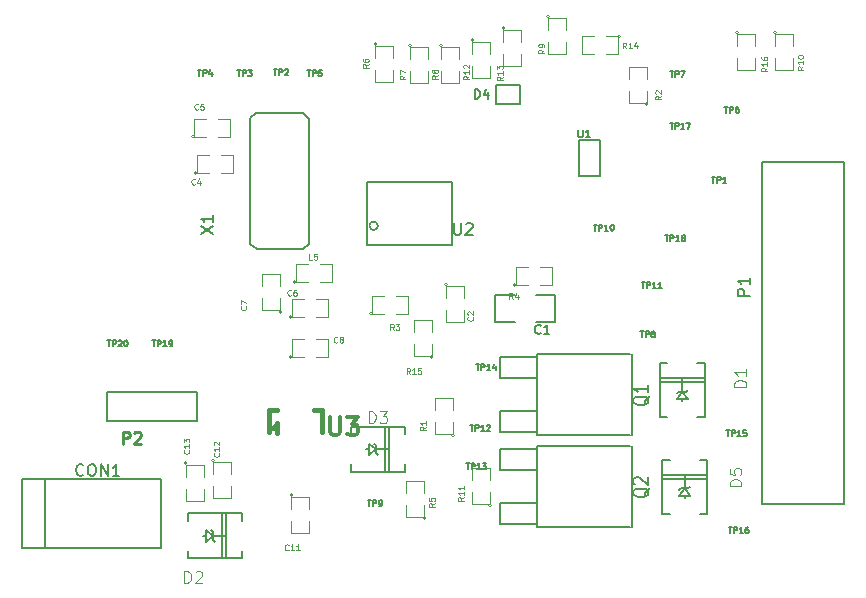
<source format=gto>
G04 (created by PCBNEW (2013-07-07 BZR 4022)-stable) date 9/14/2014 5:25:07 AM*
%MOIN*%
G04 Gerber Fmt 3.4, Leading zero omitted, Abs format*
%FSLAX34Y34*%
G01*
G70*
G90*
G04 APERTURE LIST*
%ADD10C,0.00590551*%
%ADD11C,0.0039*%
%ADD12C,0.005*%
%ADD13C,0.015*%
%ADD14C,0.0043*%
%ADD15C,0.0047*%
%ADD16C,0.008*%
%ADD17C,0.012*%
%ADD18C,0.00984252*%
G04 APERTURE END LIST*
G54D10*
G54D11*
X72161Y-43799D02*
G75*
G03X72161Y-43799I-50J0D01*
G74*
G01*
X72111Y-43349D02*
X72111Y-43749D01*
X72111Y-43749D02*
X71511Y-43749D01*
X71511Y-43749D02*
X71511Y-43349D01*
X71511Y-42949D02*
X71511Y-42549D01*
X71511Y-42549D02*
X72111Y-42549D01*
X72111Y-42549D02*
X72111Y-42949D01*
X67722Y-43031D02*
G75*
G03X67722Y-43031I-50J0D01*
G74*
G01*
X67672Y-43481D02*
X67672Y-43081D01*
X67672Y-43081D02*
X68272Y-43081D01*
X68272Y-43081D02*
X68272Y-43481D01*
X68272Y-43881D02*
X68272Y-44281D01*
X68272Y-44281D02*
X67672Y-44281D01*
X67672Y-44281D02*
X67672Y-43881D01*
X64198Y-41968D02*
G75*
G03X64198Y-41968I-50J0D01*
G74*
G01*
X64148Y-42418D02*
X64148Y-42018D01*
X64148Y-42018D02*
X64748Y-42018D01*
X64748Y-42018D02*
X64748Y-42418D01*
X64748Y-42818D02*
X64748Y-43218D01*
X64748Y-43218D02*
X64148Y-43218D01*
X64148Y-43218D02*
X64148Y-42818D01*
X65104Y-41869D02*
G75*
G03X65104Y-41869I-50J0D01*
G74*
G01*
X65054Y-42319D02*
X65054Y-41919D01*
X65054Y-41919D02*
X65654Y-41919D01*
X65654Y-41919D02*
X65654Y-42319D01*
X65654Y-42719D02*
X65654Y-43119D01*
X65654Y-43119D02*
X65054Y-43119D01*
X65054Y-43119D02*
X65054Y-42719D01*
X75160Y-36020D02*
G75*
G03X75160Y-36020I-50J0D01*
G74*
G01*
X75560Y-36020D02*
X75160Y-36020D01*
X75160Y-36020D02*
X75160Y-35420D01*
X75160Y-35420D02*
X75560Y-35420D01*
X75960Y-35420D02*
X76360Y-35420D01*
X76360Y-35420D02*
X76360Y-36020D01*
X76360Y-36020D02*
X75960Y-36020D01*
X70380Y-36980D02*
G75*
G03X70380Y-36980I-50J0D01*
G74*
G01*
X70780Y-36980D02*
X70380Y-36980D01*
X70380Y-36980D02*
X70380Y-36380D01*
X70380Y-36380D02*
X70780Y-36380D01*
X71180Y-36380D02*
X71580Y-36380D01*
X71580Y-36380D02*
X71580Y-36980D01*
X71580Y-36980D02*
X71180Y-36980D01*
X79566Y-30004D02*
G75*
G03X79566Y-30004I-50J0D01*
G74*
G01*
X79516Y-29554D02*
X79516Y-29954D01*
X79516Y-29954D02*
X78916Y-29954D01*
X78916Y-29954D02*
X78916Y-29554D01*
X78916Y-29154D02*
X78916Y-28754D01*
X78916Y-28754D02*
X79516Y-28754D01*
X79516Y-28754D02*
X79516Y-29154D01*
X72880Y-36000D02*
G75*
G03X72880Y-36000I-50J0D01*
G74*
G01*
X72830Y-36450D02*
X72830Y-36050D01*
X72830Y-36050D02*
X73430Y-36050D01*
X73430Y-36050D02*
X73430Y-36450D01*
X73430Y-36850D02*
X73430Y-37250D01*
X73430Y-37250D02*
X72830Y-37250D01*
X72830Y-37250D02*
X72830Y-36850D01*
X67699Y-37091D02*
G75*
G03X67699Y-37091I-50J0D01*
G74*
G01*
X68099Y-37091D02*
X67699Y-37091D01*
X67699Y-37091D02*
X67699Y-36491D01*
X67699Y-36491D02*
X68099Y-36491D01*
X68499Y-36491D02*
X68899Y-36491D01*
X68899Y-36491D02*
X68899Y-37091D01*
X68899Y-37091D02*
X68499Y-37091D01*
X73105Y-41043D02*
G75*
G03X73105Y-41043I-50J0D01*
G74*
G01*
X73055Y-40593D02*
X73055Y-40993D01*
X73055Y-40993D02*
X72455Y-40993D01*
X72455Y-40993D02*
X72455Y-40593D01*
X72455Y-40193D02*
X72455Y-39793D01*
X72455Y-39793D02*
X73055Y-39793D01*
X73055Y-39793D02*
X73055Y-40193D01*
X67707Y-38429D02*
G75*
G03X67707Y-38429I-50J0D01*
G74*
G01*
X68107Y-38429D02*
X67707Y-38429D01*
X67707Y-38429D02*
X67707Y-37829D01*
X67707Y-37829D02*
X68107Y-37829D01*
X68507Y-37829D02*
X68907Y-37829D01*
X68907Y-37829D02*
X68907Y-38429D01*
X68907Y-38429D02*
X68507Y-38429D01*
X67357Y-36921D02*
G75*
G03X67357Y-36921I-50J0D01*
G74*
G01*
X67307Y-36471D02*
X67307Y-36871D01*
X67307Y-36871D02*
X66707Y-36871D01*
X66707Y-36871D02*
X66707Y-36471D01*
X66707Y-36071D02*
X66707Y-35671D01*
X66707Y-35671D02*
X67307Y-35671D01*
X67307Y-35671D02*
X67307Y-36071D01*
X67829Y-35929D02*
G75*
G03X67829Y-35929I-50J0D01*
G74*
G01*
X68229Y-35929D02*
X67829Y-35929D01*
X67829Y-35929D02*
X67829Y-35329D01*
X67829Y-35329D02*
X68229Y-35329D01*
X68629Y-35329D02*
X69029Y-35329D01*
X69029Y-35329D02*
X69029Y-35929D01*
X69029Y-35929D02*
X68629Y-35929D01*
X64439Y-31079D02*
G75*
G03X64439Y-31079I-50J0D01*
G74*
G01*
X64839Y-31079D02*
X64439Y-31079D01*
X64439Y-31079D02*
X64439Y-30479D01*
X64439Y-30479D02*
X64839Y-30479D01*
X65239Y-30479D02*
X65639Y-30479D01*
X65639Y-30479D02*
X65639Y-31079D01*
X65639Y-31079D02*
X65239Y-31079D01*
X64518Y-32288D02*
G75*
G03X64518Y-32288I-50J0D01*
G74*
G01*
X64918Y-32288D02*
X64518Y-32288D01*
X64518Y-32288D02*
X64518Y-31688D01*
X64518Y-31688D02*
X64918Y-31688D01*
X65318Y-31688D02*
X65718Y-31688D01*
X65718Y-31688D02*
X65718Y-32288D01*
X65718Y-32288D02*
X65318Y-32288D01*
G54D12*
X64818Y-44389D02*
X64738Y-44389D01*
X64218Y-43639D02*
X66018Y-43639D01*
X66018Y-43639D02*
X66018Y-43889D01*
X65378Y-45139D02*
X65378Y-43639D01*
X65508Y-45139D02*
X65508Y-43639D01*
X64218Y-44889D02*
X64218Y-45139D01*
X64218Y-45139D02*
X66018Y-45139D01*
X66018Y-45139D02*
X66018Y-44889D01*
X64218Y-43889D02*
X64218Y-43639D01*
X65068Y-44389D02*
X64818Y-44202D01*
X64818Y-44202D02*
X64818Y-44389D01*
X64818Y-44389D02*
X64818Y-44576D01*
X64818Y-44576D02*
X65068Y-44389D01*
X65068Y-44389D02*
X65068Y-44264D01*
X65068Y-44264D02*
X65006Y-44202D01*
X65068Y-44389D02*
X65068Y-44514D01*
X65068Y-44514D02*
X65130Y-44576D01*
X65068Y-44389D02*
X65505Y-44389D01*
X74480Y-36360D02*
X74480Y-37260D01*
X74480Y-37260D02*
X75130Y-37260D01*
X75830Y-36360D02*
X76480Y-36360D01*
X76480Y-36360D02*
X76480Y-37260D01*
X76480Y-37260D02*
X75830Y-37260D01*
X75130Y-36360D02*
X74480Y-36360D01*
G54D11*
X70527Y-28003D02*
G75*
G03X70527Y-28003I-50J0D01*
G74*
G01*
X70477Y-28453D02*
X70477Y-28053D01*
X70477Y-28053D02*
X71077Y-28053D01*
X71077Y-28053D02*
X71077Y-28453D01*
X71077Y-28853D02*
X71077Y-29253D01*
X71077Y-29253D02*
X70477Y-29253D01*
X70477Y-29253D02*
X70477Y-28853D01*
X72722Y-28033D02*
G75*
G03X72722Y-28033I-50J0D01*
G74*
G01*
X72672Y-28483D02*
X72672Y-28083D01*
X72672Y-28083D02*
X73272Y-28083D01*
X73272Y-28083D02*
X73272Y-28483D01*
X73272Y-28883D02*
X73272Y-29283D01*
X73272Y-29283D02*
X72672Y-29283D01*
X72672Y-29283D02*
X72672Y-28883D01*
X76285Y-27066D02*
G75*
G03X76285Y-27066I-50J0D01*
G74*
G01*
X76235Y-27516D02*
X76235Y-27116D01*
X76235Y-27116D02*
X76835Y-27116D01*
X76835Y-27116D02*
X76835Y-27516D01*
X76835Y-27916D02*
X76835Y-28316D01*
X76835Y-28316D02*
X76235Y-28316D01*
X76235Y-28316D02*
X76235Y-27916D01*
X83844Y-27617D02*
G75*
G03X83844Y-27617I-50J0D01*
G74*
G01*
X83794Y-28067D02*
X83794Y-27667D01*
X83794Y-27667D02*
X84394Y-27667D01*
X84394Y-27667D02*
X84394Y-28067D01*
X84394Y-28467D02*
X84394Y-28867D01*
X84394Y-28867D02*
X83794Y-28867D01*
X83794Y-28867D02*
X83794Y-28467D01*
G54D10*
X70559Y-34051D02*
G75*
G03X70559Y-34051I-141J0D01*
G74*
G01*
X70181Y-32594D02*
X73015Y-32594D01*
X73015Y-32594D02*
X73015Y-34681D01*
X73015Y-34681D02*
X70181Y-34681D01*
X70181Y-34681D02*
X70181Y-32594D01*
G54D12*
X75875Y-40235D02*
X74625Y-40235D01*
X74625Y-40235D02*
X74625Y-40935D01*
X74625Y-40935D02*
X75875Y-40935D01*
X75875Y-38435D02*
X74625Y-38435D01*
X74625Y-38435D02*
X74625Y-39135D01*
X74625Y-39135D02*
X75875Y-39135D01*
X78275Y-41035D02*
X75875Y-41035D01*
X75875Y-41035D02*
X75875Y-38335D01*
X75875Y-38335D02*
X78975Y-38335D01*
X79025Y-38335D02*
X79025Y-41035D01*
X78975Y-41035D02*
X78275Y-41035D01*
G54D11*
X71688Y-28033D02*
G75*
G03X71688Y-28033I-50J0D01*
G74*
G01*
X71638Y-28483D02*
X71638Y-28083D01*
X71638Y-28083D02*
X72238Y-28083D01*
X72238Y-28083D02*
X72238Y-28483D01*
X72238Y-28883D02*
X72238Y-29283D01*
X72238Y-29283D02*
X71638Y-29283D01*
X71638Y-29283D02*
X71638Y-28883D01*
G54D12*
X80708Y-39827D02*
X80708Y-39907D01*
X79958Y-40427D02*
X79958Y-38627D01*
X79958Y-38627D02*
X80208Y-38627D01*
X81458Y-39267D02*
X79958Y-39267D01*
X81458Y-39137D02*
X79958Y-39137D01*
X81208Y-40427D02*
X81458Y-40427D01*
X81458Y-40427D02*
X81458Y-38627D01*
X81458Y-38627D02*
X81208Y-38627D01*
X80208Y-40427D02*
X79958Y-40427D01*
X80708Y-39577D02*
X80521Y-39827D01*
X80521Y-39827D02*
X80708Y-39827D01*
X80708Y-39827D02*
X80895Y-39827D01*
X80895Y-39827D02*
X80708Y-39577D01*
X80708Y-39577D02*
X80583Y-39577D01*
X80583Y-39577D02*
X80521Y-39639D01*
X80708Y-39577D02*
X80833Y-39577D01*
X80833Y-39577D02*
X80895Y-39515D01*
X80708Y-39577D02*
X80708Y-39140D01*
G54D11*
X74350Y-43380D02*
G75*
G03X74350Y-43380I-50J0D01*
G74*
G01*
X74300Y-42930D02*
X74300Y-43330D01*
X74300Y-43330D02*
X73700Y-43330D01*
X73700Y-43330D02*
X73700Y-42930D01*
X73700Y-42530D02*
X73700Y-42130D01*
X73700Y-42130D02*
X74300Y-42130D01*
X74300Y-42130D02*
X74300Y-42530D01*
G54D12*
X75875Y-43305D02*
X74625Y-43305D01*
X74625Y-43305D02*
X74625Y-44005D01*
X74625Y-44005D02*
X75875Y-44005D01*
X75875Y-41505D02*
X74625Y-41505D01*
X74625Y-41505D02*
X74625Y-42205D01*
X74625Y-42205D02*
X75875Y-42205D01*
X78275Y-44105D02*
X75875Y-44105D01*
X75875Y-44105D02*
X75875Y-41405D01*
X75875Y-41405D02*
X78975Y-41405D01*
X79025Y-41405D02*
X79025Y-44105D01*
X78975Y-44105D02*
X78275Y-44105D01*
X77277Y-31201D02*
X77977Y-31201D01*
X77977Y-31201D02*
X77977Y-32401D01*
X77977Y-32401D02*
X77277Y-32401D01*
X77277Y-32401D02*
X77277Y-31201D01*
G54D13*
X67066Y-40797D02*
X67164Y-40679D01*
X67164Y-40679D02*
X67204Y-40620D01*
X67204Y-40620D02*
X67204Y-40954D01*
X66928Y-40206D02*
X66928Y-40915D01*
X66928Y-40206D02*
X67184Y-40206D01*
X68700Y-40206D02*
X68700Y-40915D01*
X68700Y-40206D02*
X68444Y-40206D01*
G54D10*
X61539Y-40562D02*
X64539Y-40562D01*
X64539Y-40562D02*
X64539Y-39578D01*
X64539Y-39578D02*
X61539Y-39578D01*
X61539Y-39578D02*
X61539Y-40562D01*
X68271Y-34673D02*
X68074Y-34830D01*
X66303Y-34673D02*
X66539Y-34830D01*
X66500Y-30303D02*
X68074Y-30303D01*
X66500Y-30303D02*
X66303Y-30460D01*
X68074Y-30303D02*
X68271Y-30500D01*
X66303Y-30460D02*
X66303Y-34673D01*
X66539Y-34830D02*
X68074Y-34830D01*
X68271Y-34673D02*
X68271Y-30500D01*
X86110Y-31920D02*
X86110Y-43337D01*
X86110Y-43337D02*
X83354Y-43337D01*
X83354Y-43337D02*
X83354Y-31920D01*
X83354Y-31920D02*
X86110Y-31920D01*
G54D12*
X70251Y-41496D02*
X70171Y-41496D01*
X69651Y-40746D02*
X71451Y-40746D01*
X71451Y-40746D02*
X71451Y-40996D01*
X70811Y-42246D02*
X70811Y-40746D01*
X70941Y-42246D02*
X70941Y-40746D01*
X69651Y-41996D02*
X69651Y-42246D01*
X69651Y-42246D02*
X71451Y-42246D01*
X71451Y-42246D02*
X71451Y-41996D01*
X69651Y-40996D02*
X69651Y-40746D01*
X70501Y-41496D02*
X70251Y-41309D01*
X70251Y-41309D02*
X70251Y-41496D01*
X70251Y-41496D02*
X70251Y-41683D01*
X70251Y-41683D02*
X70501Y-41496D01*
X70501Y-41496D02*
X70501Y-41371D01*
X70501Y-41371D02*
X70439Y-41309D01*
X70501Y-41496D02*
X70501Y-41621D01*
X70501Y-41621D02*
X70563Y-41683D01*
X70501Y-41496D02*
X70938Y-41496D01*
G54D10*
X59448Y-44685D02*
X59448Y-44763D01*
X59448Y-42519D02*
X59448Y-44724D01*
X58681Y-44458D02*
X58681Y-44783D01*
X58681Y-44783D02*
X58789Y-44783D01*
X63139Y-42500D02*
X63326Y-42500D01*
X63326Y-44448D02*
X63326Y-44783D01*
X58799Y-44783D02*
X63287Y-44783D01*
X63326Y-44468D02*
X63326Y-42500D01*
X63169Y-42500D02*
X58681Y-42500D01*
X58681Y-42500D02*
X58681Y-44468D01*
G54D11*
X78652Y-27731D02*
G75*
G03X78652Y-27731I-50J0D01*
G74*
G01*
X78152Y-27731D02*
X78552Y-27731D01*
X78552Y-27731D02*
X78552Y-28331D01*
X78552Y-28331D02*
X78152Y-28331D01*
X77752Y-28331D02*
X77352Y-28331D01*
X77352Y-28331D02*
X77352Y-27731D01*
X77352Y-27731D02*
X77752Y-27731D01*
X74789Y-27460D02*
G75*
G03X74789Y-27460I-50J0D01*
G74*
G01*
X74739Y-27910D02*
X74739Y-27510D01*
X74739Y-27510D02*
X75339Y-27510D01*
X75339Y-27510D02*
X75339Y-27910D01*
X75339Y-28310D02*
X75339Y-28710D01*
X75339Y-28710D02*
X74739Y-28710D01*
X74739Y-28710D02*
X74739Y-28310D01*
X73760Y-27860D02*
G75*
G03X73760Y-27860I-50J0D01*
G74*
G01*
X73710Y-28310D02*
X73710Y-27910D01*
X73710Y-27910D02*
X74310Y-27910D01*
X74310Y-27910D02*
X74310Y-28310D01*
X74310Y-28710D02*
X74310Y-29110D01*
X74310Y-29110D02*
X73710Y-29110D01*
X73710Y-29110D02*
X73710Y-28710D01*
X72400Y-38430D02*
G75*
G03X72400Y-38430I-50J0D01*
G74*
G01*
X72350Y-37980D02*
X72350Y-38380D01*
X72350Y-38380D02*
X71750Y-38380D01*
X71750Y-38380D02*
X71750Y-37980D01*
X71750Y-37580D02*
X71750Y-37180D01*
X71750Y-37180D02*
X72350Y-37180D01*
X72350Y-37180D02*
X72350Y-37580D01*
G54D12*
X80787Y-43055D02*
X80787Y-43135D01*
X80037Y-43655D02*
X80037Y-41855D01*
X80037Y-41855D02*
X80287Y-41855D01*
X81537Y-42495D02*
X80037Y-42495D01*
X81537Y-42365D02*
X80037Y-42365D01*
X81287Y-43655D02*
X81537Y-43655D01*
X81537Y-43655D02*
X81537Y-41855D01*
X81537Y-41855D02*
X81287Y-41855D01*
X80287Y-43655D02*
X80037Y-43655D01*
X80787Y-42805D02*
X80600Y-43055D01*
X80600Y-43055D02*
X80787Y-43055D01*
X80787Y-43055D02*
X80974Y-43055D01*
X80974Y-43055D02*
X80787Y-42805D01*
X80787Y-42805D02*
X80662Y-42805D01*
X80662Y-42805D02*
X80600Y-42867D01*
X80787Y-42805D02*
X80912Y-42805D01*
X80912Y-42805D02*
X80974Y-42743D01*
X80787Y-42805D02*
X80787Y-42368D01*
G54D10*
X74488Y-29370D02*
X75314Y-29370D01*
X75314Y-29370D02*
X75314Y-30000D01*
X75314Y-30000D02*
X74488Y-30000D01*
X74488Y-30000D02*
X74488Y-29370D01*
G54D11*
X82584Y-27617D02*
G75*
G03X82584Y-27617I-50J0D01*
G74*
G01*
X82534Y-28067D02*
X82534Y-27667D01*
X82534Y-27667D02*
X83134Y-27667D01*
X83134Y-27667D02*
X83134Y-28067D01*
X83134Y-28467D02*
X83134Y-28867D01*
X83134Y-28867D02*
X82534Y-28867D01*
X82534Y-28867D02*
X82534Y-28467D01*
G54D14*
X72457Y-43300D02*
X72363Y-43366D01*
X72457Y-43413D02*
X72260Y-43413D01*
X72260Y-43338D01*
X72270Y-43319D01*
X72279Y-43309D01*
X72298Y-43300D01*
X72326Y-43300D01*
X72345Y-43309D01*
X72354Y-43319D01*
X72363Y-43338D01*
X72363Y-43413D01*
X72260Y-43122D02*
X72260Y-43216D01*
X72354Y-43225D01*
X72345Y-43216D01*
X72335Y-43197D01*
X72335Y-43150D01*
X72345Y-43131D01*
X72354Y-43122D01*
X72373Y-43112D01*
X72420Y-43112D01*
X72438Y-43122D01*
X72448Y-43131D01*
X72457Y-43150D01*
X72457Y-43197D01*
X72448Y-43216D01*
X72438Y-43225D01*
X67583Y-44850D02*
X67573Y-44860D01*
X67545Y-44869D01*
X67527Y-44869D01*
X67498Y-44860D01*
X67480Y-44841D01*
X67470Y-44822D01*
X67461Y-44785D01*
X67461Y-44757D01*
X67470Y-44719D01*
X67480Y-44700D01*
X67498Y-44682D01*
X67527Y-44672D01*
X67545Y-44672D01*
X67573Y-44682D01*
X67583Y-44691D01*
X67770Y-44869D02*
X67658Y-44869D01*
X67714Y-44869D02*
X67714Y-44672D01*
X67695Y-44700D01*
X67677Y-44719D01*
X67658Y-44729D01*
X67958Y-44869D02*
X67846Y-44869D01*
X67902Y-44869D02*
X67902Y-44672D01*
X67883Y-44700D01*
X67864Y-44719D01*
X67846Y-44729D01*
X64260Y-41526D02*
X64270Y-41536D01*
X64279Y-41564D01*
X64279Y-41582D01*
X64270Y-41611D01*
X64251Y-41629D01*
X64232Y-41639D01*
X64195Y-41648D01*
X64167Y-41648D01*
X64129Y-41639D01*
X64110Y-41629D01*
X64092Y-41611D01*
X64082Y-41582D01*
X64082Y-41564D01*
X64092Y-41536D01*
X64101Y-41526D01*
X64279Y-41339D02*
X64279Y-41451D01*
X64279Y-41395D02*
X64082Y-41395D01*
X64110Y-41414D01*
X64129Y-41432D01*
X64139Y-41451D01*
X64082Y-41273D02*
X64082Y-41151D01*
X64157Y-41217D01*
X64157Y-41188D01*
X64167Y-41170D01*
X64176Y-41160D01*
X64195Y-41151D01*
X64242Y-41151D01*
X64260Y-41160D01*
X64270Y-41170D01*
X64279Y-41188D01*
X64279Y-41245D01*
X64270Y-41263D01*
X64260Y-41273D01*
X65260Y-41626D02*
X65270Y-41636D01*
X65279Y-41664D01*
X65279Y-41682D01*
X65270Y-41711D01*
X65251Y-41729D01*
X65232Y-41739D01*
X65195Y-41748D01*
X65167Y-41748D01*
X65129Y-41739D01*
X65110Y-41729D01*
X65092Y-41711D01*
X65082Y-41682D01*
X65082Y-41664D01*
X65092Y-41636D01*
X65101Y-41626D01*
X65279Y-41439D02*
X65279Y-41551D01*
X65279Y-41495D02*
X65082Y-41495D01*
X65110Y-41514D01*
X65129Y-41532D01*
X65139Y-41551D01*
X65101Y-41363D02*
X65092Y-41354D01*
X65082Y-41335D01*
X65082Y-41288D01*
X65092Y-41270D01*
X65101Y-41260D01*
X65120Y-41251D01*
X65139Y-41251D01*
X65167Y-41260D01*
X65279Y-41373D01*
X65279Y-41251D01*
X75053Y-36490D02*
X74988Y-36396D01*
X74941Y-36490D02*
X74941Y-36293D01*
X75016Y-36293D01*
X75035Y-36303D01*
X75044Y-36312D01*
X75053Y-36331D01*
X75053Y-36359D01*
X75044Y-36378D01*
X75035Y-36387D01*
X75016Y-36396D01*
X74941Y-36396D01*
X75222Y-36359D02*
X75222Y-36490D01*
X75175Y-36284D02*
X75128Y-36425D01*
X75250Y-36425D01*
X71092Y-37524D02*
X71026Y-37430D01*
X70979Y-37524D02*
X70979Y-37327D01*
X71054Y-37327D01*
X71073Y-37337D01*
X71082Y-37346D01*
X71092Y-37365D01*
X71092Y-37393D01*
X71082Y-37412D01*
X71073Y-37421D01*
X71054Y-37430D01*
X70979Y-37430D01*
X71157Y-37327D02*
X71279Y-37327D01*
X71214Y-37402D01*
X71242Y-37402D01*
X71261Y-37412D01*
X71270Y-37421D01*
X71279Y-37440D01*
X71279Y-37487D01*
X71270Y-37505D01*
X71261Y-37515D01*
X71242Y-37524D01*
X71185Y-37524D01*
X71167Y-37515D01*
X71157Y-37505D01*
X80004Y-29725D02*
X79911Y-29791D01*
X80004Y-29838D02*
X79807Y-29838D01*
X79807Y-29763D01*
X79817Y-29744D01*
X79826Y-29735D01*
X79845Y-29725D01*
X79873Y-29725D01*
X79892Y-29735D01*
X79901Y-29744D01*
X79911Y-29763D01*
X79911Y-29838D01*
X79826Y-29650D02*
X79817Y-29641D01*
X79807Y-29622D01*
X79807Y-29575D01*
X79817Y-29556D01*
X79826Y-29547D01*
X79845Y-29538D01*
X79864Y-29538D01*
X79892Y-29547D01*
X80004Y-29660D01*
X80004Y-29538D01*
X73722Y-37092D02*
X73731Y-37101D01*
X73741Y-37129D01*
X73741Y-37148D01*
X73731Y-37176D01*
X73713Y-37195D01*
X73694Y-37204D01*
X73656Y-37214D01*
X73628Y-37214D01*
X73591Y-37204D01*
X73572Y-37195D01*
X73553Y-37176D01*
X73544Y-37148D01*
X73544Y-37129D01*
X73553Y-37101D01*
X73562Y-37092D01*
X73562Y-37017D02*
X73553Y-37007D01*
X73544Y-36989D01*
X73544Y-36942D01*
X73553Y-36923D01*
X73562Y-36914D01*
X73581Y-36904D01*
X73600Y-36904D01*
X73628Y-36914D01*
X73741Y-37026D01*
X73741Y-36904D01*
X67667Y-36360D02*
X67657Y-36370D01*
X67629Y-36379D01*
X67610Y-36379D01*
X67582Y-36370D01*
X67563Y-36351D01*
X67554Y-36332D01*
X67545Y-36295D01*
X67545Y-36267D01*
X67554Y-36229D01*
X67563Y-36210D01*
X67582Y-36192D01*
X67610Y-36182D01*
X67629Y-36182D01*
X67657Y-36192D01*
X67667Y-36201D01*
X67836Y-36182D02*
X67798Y-36182D01*
X67779Y-36192D01*
X67770Y-36201D01*
X67751Y-36229D01*
X67742Y-36267D01*
X67742Y-36342D01*
X67751Y-36360D01*
X67760Y-36370D01*
X67779Y-36379D01*
X67817Y-36379D01*
X67836Y-36370D01*
X67845Y-36360D01*
X67854Y-36342D01*
X67854Y-36295D01*
X67845Y-36276D01*
X67836Y-36267D01*
X67817Y-36257D01*
X67779Y-36257D01*
X67760Y-36267D01*
X67751Y-36276D01*
X67742Y-36295D01*
X72168Y-40755D02*
X72074Y-40820D01*
X72168Y-40867D02*
X71971Y-40867D01*
X71971Y-40792D01*
X71980Y-40774D01*
X71990Y-40764D01*
X72008Y-40755D01*
X72036Y-40755D01*
X72055Y-40764D01*
X72065Y-40774D01*
X72074Y-40792D01*
X72074Y-40867D01*
X72168Y-40567D02*
X72168Y-40680D01*
X72168Y-40623D02*
X71971Y-40623D01*
X71999Y-40642D01*
X72018Y-40661D01*
X72027Y-40680D01*
X69207Y-37931D02*
X69197Y-37940D01*
X69169Y-37949D01*
X69151Y-37949D01*
X69122Y-37940D01*
X69104Y-37921D01*
X69094Y-37902D01*
X69085Y-37865D01*
X69085Y-37837D01*
X69094Y-37799D01*
X69104Y-37780D01*
X69122Y-37762D01*
X69151Y-37752D01*
X69169Y-37752D01*
X69197Y-37762D01*
X69207Y-37771D01*
X69319Y-37837D02*
X69301Y-37827D01*
X69291Y-37818D01*
X69282Y-37799D01*
X69282Y-37790D01*
X69291Y-37771D01*
X69301Y-37762D01*
X69319Y-37752D01*
X69357Y-37752D01*
X69376Y-37762D01*
X69385Y-37771D01*
X69394Y-37790D01*
X69394Y-37799D01*
X69385Y-37818D01*
X69376Y-37827D01*
X69357Y-37837D01*
X69319Y-37837D01*
X69301Y-37846D01*
X69291Y-37856D01*
X69282Y-37874D01*
X69282Y-37912D01*
X69291Y-37931D01*
X69301Y-37940D01*
X69319Y-37949D01*
X69357Y-37949D01*
X69376Y-37940D01*
X69385Y-37931D01*
X69394Y-37912D01*
X69394Y-37874D01*
X69385Y-37856D01*
X69376Y-37846D01*
X69357Y-37837D01*
X66160Y-36732D02*
X66170Y-36742D01*
X66179Y-36770D01*
X66179Y-36789D01*
X66170Y-36817D01*
X66151Y-36836D01*
X66132Y-36845D01*
X66095Y-36854D01*
X66067Y-36854D01*
X66029Y-36845D01*
X66010Y-36836D01*
X65992Y-36817D01*
X65982Y-36789D01*
X65982Y-36770D01*
X65992Y-36742D01*
X66001Y-36732D01*
X65982Y-36667D02*
X65982Y-36535D01*
X66179Y-36620D01*
X68367Y-35179D02*
X68273Y-35179D01*
X68273Y-34982D01*
X68526Y-34982D02*
X68432Y-34982D01*
X68423Y-35076D01*
X68432Y-35067D01*
X68451Y-35057D01*
X68498Y-35057D01*
X68517Y-35067D01*
X68526Y-35076D01*
X68536Y-35095D01*
X68536Y-35142D01*
X68526Y-35160D01*
X68517Y-35170D01*
X68498Y-35179D01*
X68451Y-35179D01*
X68432Y-35170D01*
X68423Y-35160D01*
X64567Y-30160D02*
X64557Y-30170D01*
X64529Y-30179D01*
X64510Y-30179D01*
X64482Y-30170D01*
X64463Y-30151D01*
X64454Y-30132D01*
X64445Y-30095D01*
X64445Y-30067D01*
X64454Y-30029D01*
X64463Y-30010D01*
X64482Y-29992D01*
X64510Y-29982D01*
X64529Y-29982D01*
X64557Y-29992D01*
X64567Y-30001D01*
X64745Y-29982D02*
X64651Y-29982D01*
X64642Y-30076D01*
X64651Y-30067D01*
X64670Y-30057D01*
X64717Y-30057D01*
X64736Y-30067D01*
X64745Y-30076D01*
X64754Y-30095D01*
X64754Y-30142D01*
X64745Y-30160D01*
X64736Y-30170D01*
X64717Y-30179D01*
X64670Y-30179D01*
X64651Y-30170D01*
X64642Y-30160D01*
X64467Y-32660D02*
X64457Y-32670D01*
X64429Y-32679D01*
X64410Y-32679D01*
X64382Y-32670D01*
X64363Y-32651D01*
X64354Y-32632D01*
X64345Y-32595D01*
X64345Y-32567D01*
X64354Y-32529D01*
X64363Y-32510D01*
X64382Y-32492D01*
X64410Y-32482D01*
X64429Y-32482D01*
X64457Y-32492D01*
X64467Y-32501D01*
X64636Y-32548D02*
X64636Y-32679D01*
X64589Y-32473D02*
X64542Y-32614D01*
X64664Y-32614D01*
G54D15*
X64109Y-45959D02*
X64109Y-45565D01*
X64203Y-45565D01*
X64259Y-45584D01*
X64296Y-45621D01*
X64315Y-45659D01*
X64334Y-45734D01*
X64334Y-45790D01*
X64315Y-45865D01*
X64296Y-45903D01*
X64259Y-45940D01*
X64203Y-45959D01*
X64109Y-45959D01*
X64484Y-45603D02*
X64503Y-45584D01*
X64540Y-45565D01*
X64634Y-45565D01*
X64672Y-45584D01*
X64690Y-45603D01*
X64709Y-45640D01*
X64709Y-45678D01*
X64690Y-45734D01*
X64465Y-45959D01*
X64709Y-45959D01*
G54D12*
X75981Y-37623D02*
X75966Y-37637D01*
X75924Y-37651D01*
X75895Y-37651D01*
X75852Y-37637D01*
X75824Y-37609D01*
X75809Y-37580D01*
X75795Y-37523D01*
X75795Y-37480D01*
X75809Y-37423D01*
X75824Y-37394D01*
X75852Y-37366D01*
X75895Y-37351D01*
X75924Y-37351D01*
X75966Y-37366D01*
X75981Y-37380D01*
X76266Y-37651D02*
X76095Y-37651D01*
X76181Y-37651D02*
X76181Y-37351D01*
X76152Y-37394D01*
X76124Y-37423D01*
X76095Y-37437D01*
G54D14*
X70249Y-28662D02*
X70155Y-28728D01*
X70249Y-28775D02*
X70052Y-28775D01*
X70052Y-28700D01*
X70062Y-28681D01*
X70071Y-28672D01*
X70090Y-28662D01*
X70118Y-28662D01*
X70137Y-28672D01*
X70146Y-28681D01*
X70155Y-28700D01*
X70155Y-28775D01*
X70052Y-28493D02*
X70052Y-28531D01*
X70062Y-28550D01*
X70071Y-28559D01*
X70099Y-28578D01*
X70137Y-28587D01*
X70212Y-28587D01*
X70230Y-28578D01*
X70240Y-28569D01*
X70249Y-28550D01*
X70249Y-28512D01*
X70240Y-28493D01*
X70230Y-28484D01*
X70212Y-28475D01*
X70165Y-28475D01*
X70146Y-28484D01*
X70137Y-28493D01*
X70127Y-28512D01*
X70127Y-28550D01*
X70137Y-28569D01*
X70146Y-28578D01*
X70165Y-28587D01*
X72559Y-29032D02*
X72465Y-29098D01*
X72559Y-29145D02*
X72362Y-29145D01*
X72362Y-29070D01*
X72372Y-29051D01*
X72381Y-29042D01*
X72400Y-29032D01*
X72428Y-29032D01*
X72447Y-29042D01*
X72456Y-29051D01*
X72465Y-29070D01*
X72465Y-29145D01*
X72447Y-28920D02*
X72437Y-28939D01*
X72428Y-28948D01*
X72409Y-28957D01*
X72400Y-28957D01*
X72381Y-28948D01*
X72372Y-28939D01*
X72362Y-28920D01*
X72362Y-28882D01*
X72372Y-28863D01*
X72381Y-28854D01*
X72400Y-28845D01*
X72409Y-28845D01*
X72428Y-28854D01*
X72437Y-28863D01*
X72447Y-28882D01*
X72447Y-28920D01*
X72456Y-28939D01*
X72465Y-28948D01*
X72484Y-28957D01*
X72522Y-28957D01*
X72540Y-28948D01*
X72550Y-28939D01*
X72559Y-28920D01*
X72559Y-28882D01*
X72550Y-28863D01*
X72540Y-28854D01*
X72522Y-28845D01*
X72484Y-28845D01*
X72465Y-28854D01*
X72456Y-28863D01*
X72447Y-28882D01*
X76109Y-28182D02*
X76015Y-28248D01*
X76109Y-28295D02*
X75912Y-28295D01*
X75912Y-28220D01*
X75922Y-28201D01*
X75931Y-28192D01*
X75950Y-28182D01*
X75978Y-28182D01*
X75997Y-28192D01*
X76006Y-28201D01*
X76015Y-28220D01*
X76015Y-28295D01*
X76109Y-28089D02*
X76109Y-28051D01*
X76100Y-28032D01*
X76090Y-28023D01*
X76062Y-28004D01*
X76025Y-27995D01*
X75950Y-27995D01*
X75931Y-28004D01*
X75922Y-28013D01*
X75912Y-28032D01*
X75912Y-28070D01*
X75922Y-28089D01*
X75931Y-28098D01*
X75950Y-28107D01*
X75997Y-28107D01*
X76015Y-28098D01*
X76025Y-28089D01*
X76034Y-28070D01*
X76034Y-28032D01*
X76025Y-28013D01*
X76015Y-28004D01*
X75997Y-27995D01*
X84745Y-28738D02*
X84651Y-28804D01*
X84745Y-28851D02*
X84548Y-28851D01*
X84548Y-28776D01*
X84557Y-28757D01*
X84566Y-28748D01*
X84585Y-28738D01*
X84613Y-28738D01*
X84632Y-28748D01*
X84641Y-28757D01*
X84651Y-28776D01*
X84651Y-28851D01*
X84745Y-28551D02*
X84745Y-28663D01*
X84745Y-28607D02*
X84548Y-28607D01*
X84576Y-28626D01*
X84594Y-28645D01*
X84604Y-28663D01*
X84548Y-28429D02*
X84548Y-28410D01*
X84557Y-28391D01*
X84566Y-28382D01*
X84585Y-28372D01*
X84623Y-28363D01*
X84670Y-28363D01*
X84707Y-28372D01*
X84726Y-28382D01*
X84735Y-28391D01*
X84745Y-28410D01*
X84745Y-28429D01*
X84735Y-28448D01*
X84726Y-28457D01*
X84707Y-28466D01*
X84670Y-28476D01*
X84623Y-28476D01*
X84585Y-28466D01*
X84566Y-28457D01*
X84557Y-28448D01*
X84548Y-28429D01*
G54D10*
X73100Y-33965D02*
X73100Y-34284D01*
X73118Y-34321D01*
X73137Y-34340D01*
X73175Y-34359D01*
X73250Y-34359D01*
X73287Y-34340D01*
X73306Y-34321D01*
X73325Y-34284D01*
X73325Y-33965D01*
X73493Y-34003D02*
X73512Y-33984D01*
X73549Y-33965D01*
X73643Y-33965D01*
X73681Y-33984D01*
X73699Y-34003D01*
X73718Y-34040D01*
X73718Y-34078D01*
X73699Y-34134D01*
X73474Y-34359D01*
X73718Y-34359D01*
G54D16*
X79625Y-39723D02*
X79601Y-39761D01*
X79554Y-39799D01*
X79482Y-39856D01*
X79458Y-39894D01*
X79458Y-39932D01*
X79577Y-39913D02*
X79554Y-39951D01*
X79506Y-39989D01*
X79411Y-40008D01*
X79244Y-40008D01*
X79149Y-39989D01*
X79101Y-39951D01*
X79077Y-39913D01*
X79077Y-39837D01*
X79101Y-39799D01*
X79149Y-39761D01*
X79244Y-39742D01*
X79411Y-39742D01*
X79506Y-39761D01*
X79554Y-39799D01*
X79577Y-39837D01*
X79577Y-39913D01*
X79577Y-39361D02*
X79577Y-39589D01*
X79577Y-39475D02*
X79077Y-39475D01*
X79149Y-39513D01*
X79197Y-39551D01*
X79220Y-39589D01*
G54D14*
X71479Y-29042D02*
X71385Y-29108D01*
X71479Y-29155D02*
X71282Y-29155D01*
X71282Y-29080D01*
X71292Y-29061D01*
X71301Y-29052D01*
X71320Y-29042D01*
X71348Y-29042D01*
X71367Y-29052D01*
X71376Y-29061D01*
X71385Y-29080D01*
X71385Y-29155D01*
X71282Y-28977D02*
X71282Y-28845D01*
X71479Y-28930D01*
G54D15*
X82836Y-39424D02*
X82442Y-39424D01*
X82442Y-39330D01*
X82461Y-39274D01*
X82498Y-39237D01*
X82536Y-39218D01*
X82611Y-39199D01*
X82667Y-39199D01*
X82742Y-39218D01*
X82780Y-39237D01*
X82817Y-39274D01*
X82836Y-39330D01*
X82836Y-39424D01*
X82836Y-38824D02*
X82836Y-39049D01*
X82836Y-38936D02*
X82442Y-38936D01*
X82498Y-38974D01*
X82536Y-39011D01*
X82555Y-39049D01*
G54D14*
X73422Y-43100D02*
X73328Y-43166D01*
X73422Y-43213D02*
X73225Y-43213D01*
X73225Y-43138D01*
X73234Y-43119D01*
X73244Y-43110D01*
X73262Y-43100D01*
X73290Y-43100D01*
X73309Y-43110D01*
X73319Y-43119D01*
X73328Y-43138D01*
X73328Y-43213D01*
X73422Y-42913D02*
X73422Y-43025D01*
X73422Y-42969D02*
X73225Y-42969D01*
X73253Y-42988D01*
X73272Y-43006D01*
X73281Y-43025D01*
X73422Y-42725D02*
X73422Y-42838D01*
X73422Y-42781D02*
X73225Y-42781D01*
X73253Y-42800D01*
X73272Y-42819D01*
X73281Y-42838D01*
G54D16*
X79625Y-42794D02*
X79601Y-42832D01*
X79554Y-42870D01*
X79482Y-42927D01*
X79458Y-42965D01*
X79458Y-43003D01*
X79577Y-42984D02*
X79554Y-43022D01*
X79506Y-43060D01*
X79411Y-43079D01*
X79244Y-43079D01*
X79149Y-43060D01*
X79101Y-43022D01*
X79077Y-42984D01*
X79077Y-42908D01*
X79101Y-42870D01*
X79149Y-42832D01*
X79244Y-42813D01*
X79411Y-42813D01*
X79506Y-42832D01*
X79554Y-42870D01*
X79577Y-42908D01*
X79577Y-42984D01*
X79125Y-42660D02*
X79101Y-42641D01*
X79077Y-42603D01*
X79077Y-42508D01*
X79101Y-42470D01*
X79125Y-42451D01*
X79173Y-42432D01*
X79220Y-42432D01*
X79292Y-42451D01*
X79577Y-42679D01*
X79577Y-42432D01*
G54D12*
X77242Y-30843D02*
X77242Y-31045D01*
X77254Y-31069D01*
X77266Y-31081D01*
X77290Y-31093D01*
X77337Y-31093D01*
X77361Y-31081D01*
X77373Y-31069D01*
X77385Y-31045D01*
X77385Y-30843D01*
X77635Y-31093D02*
X77492Y-31093D01*
X77564Y-31093D02*
X77564Y-30843D01*
X77540Y-30879D01*
X77516Y-30902D01*
X77492Y-30914D01*
G54D17*
X68964Y-40434D02*
X68964Y-40919D01*
X68992Y-40977D01*
X69021Y-41005D01*
X69078Y-41034D01*
X69192Y-41034D01*
X69249Y-41005D01*
X69278Y-40977D01*
X69306Y-40919D01*
X69306Y-40434D01*
X69535Y-40434D02*
X69906Y-40434D01*
X69706Y-40662D01*
X69792Y-40662D01*
X69849Y-40691D01*
X69878Y-40719D01*
X69906Y-40777D01*
X69906Y-40919D01*
X69878Y-40977D01*
X69849Y-41005D01*
X69792Y-41034D01*
X69621Y-41034D01*
X69564Y-41005D01*
X69535Y-40977D01*
G54D18*
X62059Y-41312D02*
X62059Y-40919D01*
X62209Y-40919D01*
X62247Y-40937D01*
X62266Y-40956D01*
X62284Y-40994D01*
X62284Y-41050D01*
X62266Y-41087D01*
X62247Y-41106D01*
X62209Y-41125D01*
X62059Y-41125D01*
X62434Y-40956D02*
X62453Y-40937D01*
X62491Y-40919D01*
X62584Y-40919D01*
X62622Y-40937D01*
X62640Y-40956D01*
X62659Y-40994D01*
X62659Y-41031D01*
X62640Y-41087D01*
X62416Y-41312D01*
X62659Y-41312D01*
G54D10*
X64665Y-34318D02*
X65059Y-34056D01*
X64665Y-34056D02*
X65059Y-34318D01*
X65059Y-33700D02*
X65059Y-33925D01*
X65059Y-33812D02*
X64665Y-33812D01*
X64721Y-33850D01*
X64759Y-33887D01*
X64778Y-33925D01*
X82949Y-36380D02*
X82555Y-36380D01*
X82555Y-36230D01*
X82574Y-36193D01*
X82593Y-36174D01*
X82630Y-36155D01*
X82686Y-36155D01*
X82724Y-36174D01*
X82743Y-36193D01*
X82761Y-36230D01*
X82761Y-36380D01*
X82949Y-35780D02*
X82949Y-36005D01*
X82949Y-35893D02*
X82555Y-35893D01*
X82611Y-35930D01*
X82649Y-35968D01*
X82668Y-36005D01*
G54D15*
X70260Y-40631D02*
X70260Y-40237D01*
X70354Y-40237D01*
X70410Y-40256D01*
X70447Y-40293D01*
X70466Y-40331D01*
X70485Y-40406D01*
X70485Y-40462D01*
X70466Y-40537D01*
X70447Y-40575D01*
X70410Y-40612D01*
X70354Y-40631D01*
X70260Y-40631D01*
X70616Y-40237D02*
X70860Y-40237D01*
X70729Y-40387D01*
X70785Y-40387D01*
X70823Y-40406D01*
X70841Y-40425D01*
X70860Y-40462D01*
X70860Y-40556D01*
X70841Y-40594D01*
X70823Y-40612D01*
X70785Y-40631D01*
X70673Y-40631D01*
X70635Y-40612D01*
X70616Y-40594D01*
G54D12*
X81687Y-32420D02*
X81801Y-32420D01*
X81744Y-32620D02*
X81744Y-32420D01*
X81868Y-32620D02*
X81868Y-32420D01*
X81944Y-32420D01*
X81963Y-32430D01*
X81973Y-32440D01*
X81982Y-32459D01*
X81982Y-32487D01*
X81973Y-32506D01*
X81963Y-32516D01*
X81944Y-32525D01*
X81868Y-32525D01*
X82173Y-32620D02*
X82059Y-32620D01*
X82116Y-32620D02*
X82116Y-32420D01*
X82097Y-32449D01*
X82078Y-32468D01*
X82059Y-32478D01*
X70217Y-43198D02*
X70331Y-43198D01*
X70274Y-43398D02*
X70274Y-43198D01*
X70398Y-43398D02*
X70398Y-43198D01*
X70474Y-43198D01*
X70493Y-43208D01*
X70503Y-43218D01*
X70512Y-43237D01*
X70512Y-43265D01*
X70503Y-43284D01*
X70493Y-43294D01*
X70474Y-43303D01*
X70398Y-43303D01*
X70608Y-43398D02*
X70646Y-43398D01*
X70665Y-43389D01*
X70674Y-43379D01*
X70693Y-43351D01*
X70703Y-43313D01*
X70703Y-43237D01*
X70693Y-43218D01*
X70684Y-43208D01*
X70665Y-43198D01*
X70627Y-43198D01*
X70608Y-43208D01*
X70598Y-43218D01*
X70589Y-43237D01*
X70589Y-43284D01*
X70598Y-43303D01*
X70608Y-43313D01*
X70627Y-43322D01*
X70665Y-43322D01*
X70684Y-43313D01*
X70693Y-43303D01*
X70703Y-43284D01*
X79352Y-35928D02*
X79466Y-35928D01*
X79409Y-36128D02*
X79409Y-35928D01*
X79533Y-36128D02*
X79533Y-35928D01*
X79609Y-35928D01*
X79628Y-35938D01*
X79638Y-35948D01*
X79647Y-35967D01*
X79647Y-35995D01*
X79638Y-36014D01*
X79628Y-36024D01*
X79609Y-36033D01*
X79533Y-36033D01*
X79838Y-36128D02*
X79723Y-36128D01*
X79780Y-36128D02*
X79780Y-35928D01*
X79761Y-35957D01*
X79742Y-35976D01*
X79723Y-35986D01*
X80028Y-36128D02*
X79914Y-36128D01*
X79971Y-36128D02*
X79971Y-35928D01*
X79952Y-35957D01*
X79933Y-35976D01*
X79914Y-35986D01*
X77752Y-34008D02*
X77866Y-34008D01*
X77809Y-34208D02*
X77809Y-34008D01*
X77933Y-34208D02*
X77933Y-34008D01*
X78009Y-34008D01*
X78028Y-34018D01*
X78038Y-34028D01*
X78047Y-34047D01*
X78047Y-34075D01*
X78038Y-34094D01*
X78028Y-34104D01*
X78009Y-34113D01*
X77933Y-34113D01*
X78238Y-34208D02*
X78123Y-34208D01*
X78180Y-34208D02*
X78180Y-34008D01*
X78161Y-34037D01*
X78142Y-34056D01*
X78123Y-34066D01*
X78361Y-34008D02*
X78380Y-34008D01*
X78400Y-34018D01*
X78409Y-34028D01*
X78419Y-34047D01*
X78428Y-34085D01*
X78428Y-34132D01*
X78419Y-34170D01*
X78409Y-34189D01*
X78400Y-34199D01*
X78380Y-34208D01*
X78361Y-34208D01*
X78342Y-34199D01*
X78333Y-34189D01*
X78323Y-34170D01*
X78314Y-34132D01*
X78314Y-34085D01*
X78323Y-34047D01*
X78333Y-34028D01*
X78342Y-34018D01*
X78361Y-34008D01*
X73632Y-40688D02*
X73746Y-40688D01*
X73689Y-40888D02*
X73689Y-40688D01*
X73813Y-40888D02*
X73813Y-40688D01*
X73889Y-40688D01*
X73908Y-40698D01*
X73918Y-40708D01*
X73927Y-40727D01*
X73927Y-40755D01*
X73918Y-40774D01*
X73908Y-40784D01*
X73889Y-40793D01*
X73813Y-40793D01*
X74118Y-40888D02*
X74003Y-40888D01*
X74060Y-40888D02*
X74060Y-40688D01*
X74041Y-40717D01*
X74022Y-40736D01*
X74003Y-40746D01*
X74194Y-40708D02*
X74203Y-40698D01*
X74222Y-40688D01*
X74270Y-40688D01*
X74289Y-40698D01*
X74299Y-40708D01*
X74308Y-40727D01*
X74308Y-40746D01*
X74299Y-40774D01*
X74184Y-40888D01*
X74308Y-40888D01*
X67087Y-28828D02*
X67201Y-28828D01*
X67144Y-29028D02*
X67144Y-28828D01*
X67268Y-29028D02*
X67268Y-28828D01*
X67344Y-28828D01*
X67363Y-28838D01*
X67373Y-28848D01*
X67382Y-28867D01*
X67382Y-28895D01*
X67373Y-28914D01*
X67363Y-28924D01*
X67344Y-28933D01*
X67268Y-28933D01*
X67459Y-28848D02*
X67468Y-28838D01*
X67487Y-28828D01*
X67535Y-28828D01*
X67554Y-28838D01*
X67563Y-28848D01*
X67573Y-28867D01*
X67573Y-28886D01*
X67563Y-28914D01*
X67449Y-29028D01*
X67573Y-29028D01*
X65867Y-28858D02*
X65981Y-28858D01*
X65924Y-29058D02*
X65924Y-28858D01*
X66048Y-29058D02*
X66048Y-28858D01*
X66124Y-28858D01*
X66143Y-28868D01*
X66153Y-28878D01*
X66162Y-28897D01*
X66162Y-28925D01*
X66153Y-28944D01*
X66143Y-28954D01*
X66124Y-28963D01*
X66048Y-28963D01*
X66229Y-28858D02*
X66353Y-28858D01*
X66286Y-28935D01*
X66315Y-28935D01*
X66334Y-28944D01*
X66343Y-28954D01*
X66353Y-28973D01*
X66353Y-29020D01*
X66343Y-29039D01*
X66334Y-29049D01*
X66315Y-29058D01*
X66258Y-29058D01*
X66239Y-29049D01*
X66229Y-29039D01*
X64557Y-28848D02*
X64671Y-28848D01*
X64614Y-29048D02*
X64614Y-28848D01*
X64738Y-29048D02*
X64738Y-28848D01*
X64814Y-28848D01*
X64833Y-28858D01*
X64843Y-28868D01*
X64852Y-28887D01*
X64852Y-28915D01*
X64843Y-28934D01*
X64833Y-28944D01*
X64814Y-28953D01*
X64738Y-28953D01*
X65024Y-28915D02*
X65024Y-29048D01*
X64976Y-28839D02*
X64929Y-28982D01*
X65052Y-28982D01*
X68207Y-28858D02*
X68321Y-28858D01*
X68264Y-29058D02*
X68264Y-28858D01*
X68388Y-29058D02*
X68388Y-28858D01*
X68464Y-28858D01*
X68483Y-28868D01*
X68493Y-28878D01*
X68502Y-28897D01*
X68502Y-28925D01*
X68493Y-28944D01*
X68483Y-28954D01*
X68464Y-28963D01*
X68388Y-28963D01*
X68683Y-28858D02*
X68588Y-28858D01*
X68579Y-28954D01*
X68588Y-28944D01*
X68607Y-28935D01*
X68655Y-28935D01*
X68674Y-28944D01*
X68683Y-28954D01*
X68693Y-28973D01*
X68693Y-29020D01*
X68683Y-29039D01*
X68674Y-29049D01*
X68655Y-29058D01*
X68607Y-29058D01*
X68588Y-29049D01*
X68579Y-29039D01*
X82109Y-30077D02*
X82224Y-30077D01*
X82166Y-30277D02*
X82166Y-30077D01*
X82290Y-30277D02*
X82290Y-30077D01*
X82366Y-30077D01*
X82386Y-30087D01*
X82395Y-30096D01*
X82405Y-30115D01*
X82405Y-30144D01*
X82395Y-30163D01*
X82386Y-30173D01*
X82366Y-30182D01*
X82290Y-30182D01*
X82576Y-30077D02*
X82538Y-30077D01*
X82519Y-30087D01*
X82509Y-30096D01*
X82490Y-30125D01*
X82481Y-30163D01*
X82481Y-30239D01*
X82490Y-30258D01*
X82500Y-30268D01*
X82519Y-30277D01*
X82557Y-30277D01*
X82576Y-30268D01*
X82586Y-30258D01*
X82595Y-30239D01*
X82595Y-30192D01*
X82586Y-30173D01*
X82576Y-30163D01*
X82557Y-30153D01*
X82519Y-30153D01*
X82500Y-30163D01*
X82490Y-30173D01*
X82481Y-30192D01*
X80298Y-28896D02*
X80413Y-28896D01*
X80355Y-29096D02*
X80355Y-28896D01*
X80479Y-29096D02*
X80479Y-28896D01*
X80555Y-28896D01*
X80574Y-28906D01*
X80584Y-28915D01*
X80594Y-28934D01*
X80594Y-28963D01*
X80584Y-28982D01*
X80574Y-28991D01*
X80555Y-29001D01*
X80479Y-29001D01*
X80660Y-28896D02*
X80794Y-28896D01*
X80708Y-29096D01*
X79307Y-37568D02*
X79421Y-37568D01*
X79364Y-37768D02*
X79364Y-37568D01*
X79488Y-37768D02*
X79488Y-37568D01*
X79564Y-37568D01*
X79583Y-37578D01*
X79593Y-37588D01*
X79602Y-37607D01*
X79602Y-37635D01*
X79593Y-37654D01*
X79583Y-37664D01*
X79564Y-37673D01*
X79488Y-37673D01*
X79717Y-37654D02*
X79698Y-37645D01*
X79688Y-37635D01*
X79679Y-37616D01*
X79679Y-37607D01*
X79688Y-37588D01*
X79698Y-37578D01*
X79717Y-37568D01*
X79755Y-37568D01*
X79774Y-37578D01*
X79783Y-37588D01*
X79793Y-37607D01*
X79793Y-37616D01*
X79783Y-37635D01*
X79774Y-37645D01*
X79755Y-37654D01*
X79717Y-37654D01*
X79698Y-37664D01*
X79688Y-37673D01*
X79679Y-37692D01*
X79679Y-37730D01*
X79688Y-37749D01*
X79698Y-37759D01*
X79717Y-37768D01*
X79755Y-37768D01*
X79774Y-37759D01*
X79783Y-37749D01*
X79793Y-37730D01*
X79793Y-37692D01*
X79783Y-37673D01*
X79774Y-37664D01*
X79755Y-37654D01*
G54D10*
X60742Y-42356D02*
X60723Y-42374D01*
X60667Y-42393D01*
X60629Y-42393D01*
X60573Y-42374D01*
X60536Y-42337D01*
X60517Y-42299D01*
X60498Y-42224D01*
X60498Y-42168D01*
X60517Y-42093D01*
X60536Y-42056D01*
X60573Y-42018D01*
X60629Y-41999D01*
X60667Y-41999D01*
X60723Y-42018D01*
X60742Y-42037D01*
X60986Y-41999D02*
X61061Y-41999D01*
X61098Y-42018D01*
X61136Y-42056D01*
X61154Y-42131D01*
X61154Y-42262D01*
X61136Y-42337D01*
X61098Y-42374D01*
X61061Y-42393D01*
X60986Y-42393D01*
X60948Y-42374D01*
X60911Y-42337D01*
X60892Y-42262D01*
X60892Y-42131D01*
X60911Y-42056D01*
X60948Y-42018D01*
X60986Y-41999D01*
X61323Y-42393D02*
X61323Y-41999D01*
X61548Y-42393D01*
X61548Y-41999D01*
X61942Y-42393D02*
X61717Y-42393D01*
X61829Y-42393D02*
X61829Y-41999D01*
X61792Y-42056D01*
X61754Y-42093D01*
X61717Y-42112D01*
G54D14*
X78843Y-28139D02*
X78777Y-28045D01*
X78730Y-28139D02*
X78730Y-27942D01*
X78805Y-27942D01*
X78824Y-27952D01*
X78833Y-27961D01*
X78843Y-27980D01*
X78843Y-28008D01*
X78833Y-28027D01*
X78824Y-28036D01*
X78805Y-28045D01*
X78730Y-28045D01*
X79030Y-28139D02*
X78918Y-28139D01*
X78974Y-28139D02*
X78974Y-27942D01*
X78955Y-27970D01*
X78937Y-27989D01*
X78918Y-27999D01*
X79199Y-28008D02*
X79199Y-28139D01*
X79152Y-27933D02*
X79106Y-28074D01*
X79227Y-28074D01*
X74719Y-29086D02*
X74625Y-29152D01*
X74719Y-29199D02*
X74522Y-29199D01*
X74522Y-29124D01*
X74532Y-29105D01*
X74541Y-29096D01*
X74560Y-29086D01*
X74588Y-29086D01*
X74607Y-29096D01*
X74616Y-29105D01*
X74625Y-29124D01*
X74625Y-29199D01*
X74719Y-28899D02*
X74719Y-29011D01*
X74719Y-28955D02*
X74522Y-28955D01*
X74550Y-28974D01*
X74569Y-28992D01*
X74579Y-29011D01*
X74522Y-28833D02*
X74522Y-28711D01*
X74597Y-28777D01*
X74597Y-28748D01*
X74607Y-28730D01*
X74616Y-28720D01*
X74635Y-28711D01*
X74682Y-28711D01*
X74700Y-28720D01*
X74710Y-28730D01*
X74719Y-28748D01*
X74719Y-28805D01*
X74710Y-28823D01*
X74700Y-28833D01*
X73609Y-29056D02*
X73515Y-29122D01*
X73609Y-29169D02*
X73412Y-29169D01*
X73412Y-29094D01*
X73422Y-29075D01*
X73431Y-29066D01*
X73450Y-29056D01*
X73478Y-29056D01*
X73497Y-29066D01*
X73506Y-29075D01*
X73515Y-29094D01*
X73515Y-29169D01*
X73609Y-28869D02*
X73609Y-28981D01*
X73609Y-28925D02*
X73412Y-28925D01*
X73440Y-28944D01*
X73459Y-28962D01*
X73469Y-28981D01*
X73431Y-28793D02*
X73422Y-28784D01*
X73412Y-28765D01*
X73412Y-28718D01*
X73422Y-28700D01*
X73431Y-28690D01*
X73450Y-28681D01*
X73469Y-28681D01*
X73497Y-28690D01*
X73609Y-28803D01*
X73609Y-28681D01*
X71628Y-38989D02*
X71562Y-38895D01*
X71515Y-38989D02*
X71515Y-38792D01*
X71590Y-38792D01*
X71609Y-38802D01*
X71618Y-38811D01*
X71628Y-38830D01*
X71628Y-38858D01*
X71618Y-38877D01*
X71609Y-38886D01*
X71590Y-38895D01*
X71515Y-38895D01*
X71815Y-38989D02*
X71703Y-38989D01*
X71759Y-38989D02*
X71759Y-38792D01*
X71740Y-38820D01*
X71722Y-38839D01*
X71703Y-38849D01*
X71994Y-38792D02*
X71900Y-38792D01*
X71891Y-38886D01*
X71900Y-38877D01*
X71919Y-38867D01*
X71966Y-38867D01*
X71984Y-38877D01*
X71994Y-38886D01*
X72003Y-38905D01*
X72003Y-38952D01*
X71994Y-38970D01*
X71984Y-38980D01*
X71966Y-38989D01*
X71919Y-38989D01*
X71900Y-38980D01*
X71891Y-38970D01*
G54D12*
X73825Y-38660D02*
X73939Y-38660D01*
X73882Y-38860D02*
X73882Y-38660D01*
X74006Y-38860D02*
X74006Y-38660D01*
X74082Y-38660D01*
X74101Y-38670D01*
X74111Y-38679D01*
X74120Y-38698D01*
X74120Y-38727D01*
X74111Y-38746D01*
X74101Y-38755D01*
X74082Y-38765D01*
X74006Y-38765D01*
X74311Y-38860D02*
X74197Y-38860D01*
X74254Y-38860D02*
X74254Y-38660D01*
X74235Y-38689D01*
X74216Y-38708D01*
X74197Y-38717D01*
X74482Y-38727D02*
X74482Y-38860D01*
X74435Y-38650D02*
X74387Y-38793D01*
X74511Y-38793D01*
X82172Y-40865D02*
X82286Y-40865D01*
X82229Y-41065D02*
X82229Y-40865D01*
X82353Y-41065D02*
X82353Y-40865D01*
X82429Y-40865D01*
X82448Y-40874D01*
X82457Y-40884D01*
X82467Y-40903D01*
X82467Y-40931D01*
X82457Y-40950D01*
X82448Y-40960D01*
X82429Y-40969D01*
X82353Y-40969D01*
X82657Y-41065D02*
X82543Y-41065D01*
X82600Y-41065D02*
X82600Y-40865D01*
X82581Y-40893D01*
X82562Y-40912D01*
X82543Y-40922D01*
X82838Y-40865D02*
X82743Y-40865D01*
X82733Y-40960D01*
X82743Y-40950D01*
X82762Y-40941D01*
X82810Y-40941D01*
X82829Y-40950D01*
X82838Y-40960D01*
X82848Y-40979D01*
X82848Y-41027D01*
X82838Y-41046D01*
X82829Y-41055D01*
X82810Y-41065D01*
X82762Y-41065D01*
X82743Y-41055D01*
X82733Y-41046D01*
X82250Y-44093D02*
X82365Y-44093D01*
X82307Y-44293D02*
X82307Y-44093D01*
X82431Y-44293D02*
X82431Y-44093D01*
X82507Y-44093D01*
X82526Y-44103D01*
X82536Y-44112D01*
X82546Y-44131D01*
X82546Y-44160D01*
X82536Y-44179D01*
X82526Y-44188D01*
X82507Y-44198D01*
X82431Y-44198D01*
X82736Y-44293D02*
X82622Y-44293D01*
X82679Y-44293D02*
X82679Y-44093D01*
X82660Y-44122D01*
X82641Y-44141D01*
X82622Y-44150D01*
X82907Y-44093D02*
X82869Y-44093D01*
X82850Y-44103D01*
X82841Y-44112D01*
X82822Y-44141D01*
X82812Y-44179D01*
X82812Y-44255D01*
X82822Y-44274D01*
X82831Y-44284D01*
X82850Y-44293D01*
X82888Y-44293D01*
X82907Y-44284D01*
X82917Y-44274D01*
X82926Y-44255D01*
X82926Y-44207D01*
X82917Y-44188D01*
X82907Y-44179D01*
X82888Y-44169D01*
X82850Y-44169D01*
X82831Y-44179D01*
X82822Y-44188D01*
X82812Y-44207D01*
X73502Y-41968D02*
X73616Y-41968D01*
X73559Y-42168D02*
X73559Y-41968D01*
X73683Y-42168D02*
X73683Y-41968D01*
X73759Y-41968D01*
X73778Y-41978D01*
X73788Y-41988D01*
X73797Y-42007D01*
X73797Y-42035D01*
X73788Y-42054D01*
X73778Y-42064D01*
X73759Y-42073D01*
X73683Y-42073D01*
X73988Y-42168D02*
X73873Y-42168D01*
X73930Y-42168D02*
X73930Y-41968D01*
X73911Y-41997D01*
X73892Y-42016D01*
X73873Y-42026D01*
X74054Y-41968D02*
X74178Y-41968D01*
X74111Y-42045D01*
X74140Y-42045D01*
X74159Y-42054D01*
X74169Y-42064D01*
X74178Y-42083D01*
X74178Y-42130D01*
X74169Y-42149D01*
X74159Y-42159D01*
X74140Y-42168D01*
X74083Y-42168D01*
X74064Y-42159D01*
X74054Y-42149D01*
X80124Y-34369D02*
X80239Y-34369D01*
X80181Y-34569D02*
X80181Y-34369D01*
X80305Y-34569D02*
X80305Y-34369D01*
X80381Y-34369D01*
X80401Y-34378D01*
X80410Y-34388D01*
X80420Y-34407D01*
X80420Y-34435D01*
X80410Y-34454D01*
X80401Y-34464D01*
X80381Y-34473D01*
X80305Y-34473D01*
X80610Y-34569D02*
X80496Y-34569D01*
X80553Y-34569D02*
X80553Y-34369D01*
X80534Y-34397D01*
X80515Y-34416D01*
X80496Y-34426D01*
X80724Y-34454D02*
X80705Y-34445D01*
X80696Y-34435D01*
X80686Y-34416D01*
X80686Y-34407D01*
X80696Y-34388D01*
X80705Y-34378D01*
X80724Y-34369D01*
X80762Y-34369D01*
X80781Y-34378D01*
X80791Y-34388D01*
X80801Y-34407D01*
X80801Y-34416D01*
X80791Y-34435D01*
X80781Y-34445D01*
X80762Y-34454D01*
X80724Y-34454D01*
X80705Y-34464D01*
X80696Y-34473D01*
X80686Y-34492D01*
X80686Y-34531D01*
X80696Y-34550D01*
X80705Y-34559D01*
X80724Y-34569D01*
X80762Y-34569D01*
X80781Y-34559D01*
X80791Y-34550D01*
X80801Y-34531D01*
X80801Y-34492D01*
X80791Y-34473D01*
X80781Y-34464D01*
X80762Y-34454D01*
X80294Y-30617D02*
X80408Y-30617D01*
X80351Y-30817D02*
X80351Y-30617D01*
X80475Y-30817D02*
X80475Y-30617D01*
X80551Y-30617D01*
X80570Y-30626D01*
X80579Y-30636D01*
X80589Y-30655D01*
X80589Y-30683D01*
X80579Y-30702D01*
X80570Y-30712D01*
X80551Y-30721D01*
X80475Y-30721D01*
X80779Y-30817D02*
X80665Y-30817D01*
X80722Y-30817D02*
X80722Y-30617D01*
X80703Y-30645D01*
X80684Y-30664D01*
X80665Y-30674D01*
X80846Y-30617D02*
X80979Y-30617D01*
X80894Y-30817D01*
G54D15*
X82679Y-42731D02*
X82285Y-42731D01*
X82285Y-42637D01*
X82303Y-42581D01*
X82341Y-42544D01*
X82378Y-42525D01*
X82454Y-42506D01*
X82510Y-42506D01*
X82585Y-42525D01*
X82622Y-42544D01*
X82660Y-42581D01*
X82679Y-42637D01*
X82679Y-42731D01*
X82285Y-42150D02*
X82285Y-42337D01*
X82472Y-42356D01*
X82454Y-42337D01*
X82435Y-42300D01*
X82435Y-42206D01*
X82454Y-42168D01*
X82472Y-42150D01*
X82510Y-42131D01*
X82604Y-42131D01*
X82641Y-42150D01*
X82660Y-42168D01*
X82679Y-42206D01*
X82679Y-42300D01*
X82660Y-42337D01*
X82641Y-42356D01*
G54D10*
X73783Y-29812D02*
X73783Y-29497D01*
X73858Y-29497D01*
X73903Y-29512D01*
X73933Y-29542D01*
X73948Y-29572D01*
X73963Y-29632D01*
X73963Y-29677D01*
X73948Y-29737D01*
X73933Y-29767D01*
X73903Y-29797D01*
X73858Y-29812D01*
X73783Y-29812D01*
X74233Y-29602D02*
X74233Y-29812D01*
X74158Y-29482D02*
X74083Y-29707D01*
X74278Y-29707D01*
G54D14*
X83544Y-28788D02*
X83450Y-28853D01*
X83544Y-28900D02*
X83347Y-28900D01*
X83347Y-28825D01*
X83356Y-28806D01*
X83366Y-28797D01*
X83384Y-28788D01*
X83412Y-28788D01*
X83431Y-28797D01*
X83441Y-28806D01*
X83450Y-28825D01*
X83450Y-28900D01*
X83544Y-28600D02*
X83544Y-28713D01*
X83544Y-28656D02*
X83347Y-28656D01*
X83375Y-28675D01*
X83394Y-28694D01*
X83403Y-28713D01*
X83347Y-28431D02*
X83347Y-28469D01*
X83356Y-28487D01*
X83366Y-28497D01*
X83394Y-28516D01*
X83431Y-28525D01*
X83506Y-28525D01*
X83525Y-28516D01*
X83534Y-28506D01*
X83544Y-28487D01*
X83544Y-28450D01*
X83534Y-28431D01*
X83525Y-28422D01*
X83506Y-28412D01*
X83459Y-28412D01*
X83441Y-28422D01*
X83431Y-28431D01*
X83422Y-28450D01*
X83422Y-28487D01*
X83431Y-28506D01*
X83441Y-28516D01*
X83459Y-28525D01*
G54D12*
X61542Y-37873D02*
X61656Y-37873D01*
X61599Y-38073D02*
X61599Y-37873D01*
X61723Y-38073D02*
X61723Y-37873D01*
X61799Y-37873D01*
X61818Y-37882D01*
X61827Y-37892D01*
X61837Y-37911D01*
X61837Y-37939D01*
X61827Y-37958D01*
X61818Y-37968D01*
X61799Y-37977D01*
X61723Y-37977D01*
X61913Y-37892D02*
X61923Y-37882D01*
X61942Y-37873D01*
X61989Y-37873D01*
X62008Y-37882D01*
X62018Y-37892D01*
X62027Y-37911D01*
X62027Y-37930D01*
X62018Y-37958D01*
X61904Y-38073D01*
X62027Y-38073D01*
X62151Y-37873D02*
X62170Y-37873D01*
X62189Y-37882D01*
X62199Y-37892D01*
X62208Y-37911D01*
X62218Y-37949D01*
X62218Y-37996D01*
X62208Y-38034D01*
X62199Y-38054D01*
X62189Y-38063D01*
X62170Y-38073D01*
X62151Y-38073D01*
X62132Y-38063D01*
X62123Y-38054D01*
X62113Y-38034D01*
X62104Y-37996D01*
X62104Y-37949D01*
X62113Y-37911D01*
X62123Y-37892D01*
X62132Y-37882D01*
X62151Y-37873D01*
X63038Y-37873D02*
X63152Y-37873D01*
X63095Y-38073D02*
X63095Y-37873D01*
X63219Y-38073D02*
X63219Y-37873D01*
X63295Y-37873D01*
X63314Y-37882D01*
X63323Y-37892D01*
X63333Y-37911D01*
X63333Y-37939D01*
X63323Y-37958D01*
X63314Y-37968D01*
X63295Y-37977D01*
X63219Y-37977D01*
X63523Y-38073D02*
X63409Y-38073D01*
X63466Y-38073D02*
X63466Y-37873D01*
X63447Y-37901D01*
X63428Y-37920D01*
X63409Y-37930D01*
X63619Y-38073D02*
X63657Y-38073D01*
X63676Y-38063D01*
X63685Y-38054D01*
X63704Y-38025D01*
X63714Y-37987D01*
X63714Y-37911D01*
X63704Y-37892D01*
X63695Y-37882D01*
X63676Y-37873D01*
X63638Y-37873D01*
X63619Y-37882D01*
X63609Y-37892D01*
X63600Y-37911D01*
X63600Y-37958D01*
X63609Y-37977D01*
X63619Y-37987D01*
X63638Y-37996D01*
X63676Y-37996D01*
X63695Y-37987D01*
X63704Y-37977D01*
X63714Y-37958D01*
M02*

</source>
